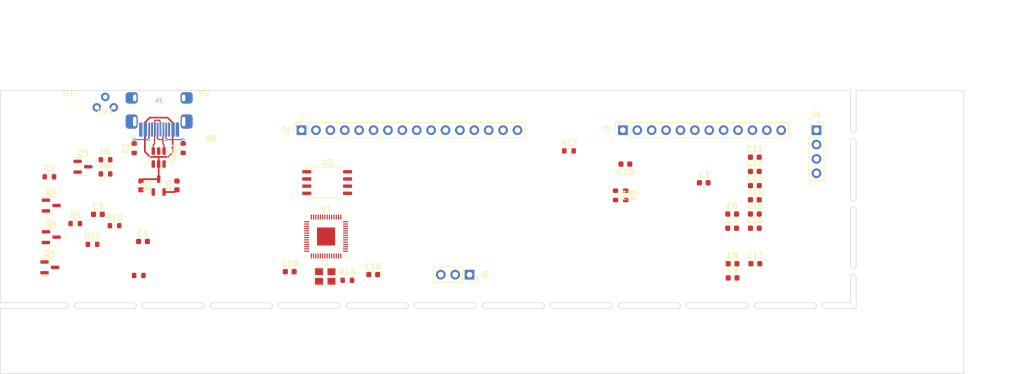
<source format=kicad_pcb>
(kicad_pcb (version 20221018) (generator pcbnew)
  (layers (0 "F.Cu" signal) (31 "B.Cu" signal) (34 "B.Paste" user) (35 "F.Paste" user) (36 "B.SilkS" user "B.Silkscreen") (37 "F.SilkS" user "F.Silkscreen") (38 "B.Mask" user) (39 "F.Mask" user) (44 "Edge.Cuts" user))
  (net 0 "")
  (net 1 "GND")
  (net 2 "VBUS")
  (net 3 "+1V1")
  (net 4 "Net-(U1-XIN)")
  (net 5 "Net-(C19-Pad2)")
  (net 6 "/SCROLL_LOCK")
  (net 7 "/CAPS_LOCK")
  (net 8 "/NUM_LOCK")
  (net 9 "/ROW1")
  (net 10 "/ROW2")
  (net 11 "/ROW3")
  (net 12 "/ROW4")
  (net 13 "/ROW5")
  (net 14 "/ROW6")
  (net 15 "/ROW7")
  (net 16 "/ROW8")
  (net 17 "/COL1")
  (net 18 "/COL2")
  (net 19 "/COL3")
  (net 20 "/COL4")
  (net 21 "/COL5")
  (net 22 "/COL6")
  (net 23 "/COL7")
  (net 24 "/COL8")
  (net 25 "Net-(J4-CC1)")
  (net 26 "/USB_D+")
  (net 27 "/USB_D-")
  (net 28 "Net-(Q1-G)")
  (net 29 "Net-(J4-CC2)")
  (net 30 "Net-(Q4-D)")
  (net 31 "/SWDIO")
  (net 32 "/SWCLK")
  (net 33 "/RESET")
  (net 34 "/RUN")
  (net 35 "Net-(Q5-G)")
  (net 36 "/BOOT")
  (net 37 "Net-(U1-USB_DP)")
  (net 38 "Net-(U1-USB_DM)")
  (net 39 "+3V3")
  (net 40 "Net-(R10-Pad1)")
  (net 41 "/QSPI_SS")
  (net 42 "Net-(U1-XOUT)")
  (net 43 "/COL9")
  (net 44 "/COL10")
  (net 45 "/COL11")
  (net 46 "/COL12")
  (net 47 "/COL13")
  (net 48 "/COL14")
  (net 49 "/COL15")
  (net 50 "/COL16")
  (net 54 "/QSPI_SD3")
  (net 55 "/QSPI_SCLK")
  (net 56 "/QSPI_SD0")
  (net 57 "/QSPI_SD2")
  (net 58 "/QSPI_SD1")
  (footprint "Resistor_SMD:R_0603_1608Metric" (layer "F.Cu") (at 141.224 49.022 -90)
    (fp_text reference "R3" (at 0 -1.43 90) (layer "F.SilkS"))
    (fp_text value "27")
    (pad "1" smd roundrect (at -0.825 0 270) (size 0.8 0.95) (layers "F.Cu" "F.Paste" "F.Mask") (net 26 "/USB_D+"))
    (pad "2" smd roundrect (at 0.825 0 270) (size 0.8 0.95) (layers "F.Cu" "F.Paste" "F.Mask") (net 37 "Net-(U1-USB_DP)"))
  )
  (footprint "Capacitor_SMD:C_0603_1608Metric" (layer "F.Cu") (at 164.025 54.83)
    (fp_text reference "C16" (at 0 -1.43) (layer "F.SilkS"))
    (fp_text value "100n")
    (pad "1" smd roundrect (at -0.775 0) (size 0.9 0.95) (layers "F.Cu" "F.Paste" "F.Mask") (net 3 "+1V1"))
    (pad "2" smd roundrect (at 0.775 0) (size 0.9 0.95) (layers "F.Cu" "F.Paste" "F.Mask") (net 1 "GND"))
  )
  (footprint "Package_SO:SOIC-8_5.23x5.23mm_P1.27mm" (layer "F.Cu") (at 88.558 46.756)
    (fp_text reference "U3" (at 0 -3.56) (layer "F.SilkS"))
    (fp_text value "W25Q128JVS")
    (pad "1" smd roundrect (at -3.6 -1.905) (size 1.6 0.6) (layers "F.Cu" "F.Paste" "F.Mask") (net 41 "/QSPI_SS"))
    (pad "2" smd roundrect (at -3.6 -0.635) (size 1.6 0.6) (layers "F.Cu" "F.Paste" "F.Mask") (net 58 "/QSPI_SD1"))
    (pad "3" smd roundrect (at -3.6 0.635) (size 1.6 0.6) (layers "F.Cu" "F.Paste" "F.Mask") (net 57 "/QSPI_SD2"))
    (pad "4" smd roundrect (at -3.6 1.905) (size 1.6 0.6) (layers "F.Cu" "F.Paste" "F.Mask") (net 1 "GND"))
    (pad "5" smd roundrect (at 3.6 1.905) (size 1.6 0.6) (layers "F.Cu" "F.Paste" "F.Mask") (net 56 "/QSPI_SD0"))
    (pad "6" smd roundrect (at 3.6 0.635) (size 1.6 0.6) (layers "F.Cu" "F.Paste" "F.Mask") (net 55 "/QSPI_SCLK"))
    (pad "7" smd roundrect (at 3.6 -0.635) (size 1.6 0.6) (layers "F.Cu" "F.Paste" "F.Mask") (net 54 "/QSPI_SD3"))
    (pad "8" smd roundrect (at 3.6 -1.905) (size 1.6 0.6) (layers "F.Cu" "F.Paste" "F.Mask") (net 39 "+3V3"))
  )
  (footprint "MountingHole:MountingHole_3.5mm" (layer "F.Cu") (at 42.9 35.5)
    (fp_text reference "H1" (at 0 -4.5) (layer "F.SilkS"))
    (fp_text value "MountingHole")
    (pad "" np_thru_hole circle locked (at 0 0) (size 3.5 3.5) (drill 3.5) (layers "*.Cu" "*.Mask"))
  )
  (footprint "Prettylib:TC-1109DE-X-X" (layer "F.Cu") (at 49.4 31.625)
    (fp_text reference "SW1" (at 0 2.55 unlocked) (layer "F.SilkS"))
    (fp_text value "SWITCH")
    (pad "1" thru_hole circle (at 1.5 1.85 180) (size 1.5 1.5) (drill 0.8) (layers "*.Cu" "*.Mask") (net 1 "GND"))
    (pad "2" thru_hole circle (at -1.5 1.85 180) (size 1.5 1.5) (drill 0.8) (layers "*.Cu" "*.Mask") (net 33 "/RESET"))
    (pad "3" thru_hole circle (at 0 0 180) (size 1.5 1.5) (drill 0.8) (layers "*.Cu" "*.Mask"))
  )
  (footprint "Capacitor_SMD:C_0603_1608Metric" (layer "F.Cu") (at 160.1 61.1)
    (fp_text reference "C8" (at 0 -1.43) (layer "F.SilkS"))
    (fp_text value "100n")
    (pad "1" smd roundrect (at -0.775 0) (size 0.9 0.95) (layers "F.Cu" "F.Paste" "F.Mask") (net 39 "+3V3"))
    (pad "2" smd roundrect (at 0.775 0) (size 0.9 0.95) (layers "F.Cu" "F.Paste" "F.Mask") (net 1 "GND"))
  )
  (footprint "Connector_PinSocket_2.54mm:PinSocket_1x12_P2.54mm_Vertical" (layer "F.Cu") (at 140.74 37.5 90)
    (fp_text reference "J3" (at 0 -2.77 90) (layer "F.SilkS"))
    (fp_text value "Columns")
    (pad "1" thru_hole rect (at 0 0 90) (size 1.7 1.7) (drill 1) (layers "*.Cu" "*.Mask") (net 17 "/COL1"))
    (pad "2" thru_hole oval (at 0 2.54 90) (size 1.7 1.7) (drill 1) (layers "*.Cu" "*.Mask") (net 18 "/COL2"))
    (pad "3" thru_hole oval (at 0 5.08 90) (size 1.7 1.7) (drill 1) (layers "*.Cu" "*.Mask") (net 19 "/COL3"))
    (pad "4" thru_hole oval (at 0 7.62 90) (size 1.7 1.7) (drill 1) (layers "*.Cu" "*.Mask") (net 20 "/COL4"))
    (pad "5" thru_hole oval (at 0 10.16 90) (size 1.7 1.7) (drill 1) (layers "*.Cu" "*.Mask") (net 21 "/COL5"))
    (pad "6" thru_hole oval (at 0 12.7 90) (size 1.7 1.7) (drill 1) (layers "*.Cu" "*.Mask") (net 22 "/COL6"))
    (pad "7" thru_hole oval (at 0 15.24 90) (size 1.7 1.7) (drill 1) (layers "*.Cu" "*.Mask") (net 23 "/COL7"))
    (pad "8" thru_hole oval (at 0 17.78 90) (size 1.7 1.7) (drill 1) (layers "*.Cu" "*.Mask") (net 24 "/COL8"))
    (pad "9" thru_hole oval (at 0 20.32 90) (size 1.7 1.7) (drill 1) (layers "*.Cu" "*.Mask") (net 43 "/COL9"))
    (pad "10" thru_hole oval (at 0 22.86 90) (size 1.7 1.7) (drill 1) (layers "*.Cu" "*.Mask") (net 44 "/COL10"))
    (pad "11" thru_hole oval (at 0 25.4 90) (size 1.7 1.7) (drill 1) (layers "*.Cu" "*.Mask") (net 45 "/COL11"))
    (pad "12" thru_hole oval (at 0 27.94 90) (size 1.7 1.7) (drill 1) (layers "*.Cu" "*.Mask") (net 46 "/COL12"))
  )
  (footprint "Package_TO_SOT_SMD:SOT-23" (layer "F.Cu") (at 39.6145 61.742)
    (fp_text reference "Q5" (at 0 -2.4) (layer "F.SilkS"))
    (fp_text value "2N7002")
    (pad "1" smd roundrect (at -0.9375 -0.95) (size 1.475 0.6) (layers "F.Cu" "F.Paste" "F.Mask") (net 35 "Net-(Q5-G)"))
    (pad "2" smd roundrect (at -0.9375 0.95) (size 1.475 0.6) (layers "F.Cu" "F.Paste" "F.Mask") (net 1 "GND"))
    (pad "3" smd roundrect (at 0.9375 0) (size 1.475 0.6) (layers "F.Cu" "F.Paste" "F.Mask") (net 36 "/BOOT"))
  )
  (footprint "Capacitor_SMD:C_0603_1608Metric" (layer "F.Cu") (at 164.025 47.3)
    (fp_text reference "C13" (at 0 -1.43) (layer "F.SilkS"))
    (fp_text value "100n")
    (pad "1" smd roundrect (at -0.775 0) (size 0.9 0.95) (layers "F.Cu" "F.Paste" "F.Mask") (net 39 "+3V3"))
    (pad "2" smd roundrect (at 0.775 0) (size 0.9 0.95) (layers "F.Cu" "F.Paste" "F.Mask") (net 1 "GND"))
  )
  (footprint "Resistor_SMD:R_0603_1608Metric" (layer "F.Cu") (at 39.536 45.74)
    (fp_text reference "R7" (at 0 -1.43) (layer "F.SilkS"))
    (fp_text value "10k")
    (pad "1" smd roundrect (at -0.825 0) (size 0.8 0.95) (layers "F.Cu" "F.Paste" "F.Mask") (net 39 "+3V3"))
    (pad "2" smd roundrect (at 0.825 0) (size 0.8 0.95) (layers "F.Cu" "F.Paste" "F.Mask") (net 34 "/RUN"))
  )
  (footprint "Capacitor_SMD:C_0603_1608Metric" (layer "F.Cu") (at 62.046101 47.268 90)
    (fp_text reference "C5" (at 0 -1.43 90) (layer "F.SilkS"))
    (fp_text value "10u")
    (pad "1" smd roundrect (at -0.775 0 90) (size 0.9 0.95) (layers "F.Cu" "F.Paste" "F.Mask") (net 39 "+3V3"))
    (pad "2" smd roundrect (at 0.775 0 90) (size 0.9 0.95) (layers "F.Cu" "F.Paste" "F.Mask") (net 1 "GND"))
  )
  (footprint "Package_TO_SOT_SMD:SOT-23" (layer "F.Cu") (at 45.4565 43.962)
    (fp_text reference "Q3" (at 0 -2.4) (layer "F.SilkS"))
    (fp_text value "2N7002")
    (pad "1" smd roundrect (at -0.9375 -0.95) (size 1.475 0.6) (layers "F.Cu" "F.Paste" "F.Mask") (net 33 "/RESET"))
    (pad "2" smd roundrect (at -0.9375 0.95) (size 1.475 0.6) (layers "F.Cu" "F.Paste" "F.Mask") (net 1 "GND"))
    (pad "3" smd roundrect (at 0.9375 0) (size 1.475 0.6) (layers "F.Cu" "F.Paste" "F.Mask") (net 28 "Net-(Q1-G)"))
  )
  (footprint "Capacitor_SMD:C_0603_1608Metric" (layer "F.Cu") (at 56.059 57.17)
    (fp_text reference "C1" (at 0 -1.43) (layer "F.SilkS"))
    (fp_text value "4u7")
    (pad "1" smd roundrect (at -0.775 0) (size 0.9 0.95) (layers "F.Cu" "F.Paste" "F.Mask") (net 35 "Net-(Q5-G)"))
    (pad "2" smd roundrect (at 0.775 0) (size 0.9 0.95) (layers "F.Cu" "F.Paste" "F.Mask") (net 1 "GND"))
  )
  (footprint "Resistor_SMD:R_0603_1608Metric" (layer "F.Cu") (at 92.114 64.028)
    (fp_text reference "R13" (at 0 -1.43) (layer "F.SilkS"))
    (fp_text value "1k")
    (pad "1" smd roundrect (at -0.825 0) (size 0.8 0.95) (layers "F.Cu" "F.Paste" "F.Mask") (net 5 "Net-(C19-Pad2)"))
    (pad "2" smd roundrect (at 0.825 0) (size 0.8 0.95) (layers "F.Cu" "F.Paste" "F.Mask") (net 42 "Net-(U1-XOUT)"))
  )
  (footprint "Package_DFN_QFN:QFN-56-1EP_7x7mm_P0.4mm_EP3.2x3.2mm" (layer "F.Cu") (at 88.358 56.2895)
    (fp_text reference "U1" (at 0 -4.82) (layer "F.SilkS"))
    (fp_text value "RP2040")
    (pad "1" smd roundrect (at -3.4375 -2.6) (size 0.875 0.2) (layers "F.Cu" "F.Paste" "F.Mask") (net 39 "+3V3"))
    (pad "2" smd roundrect (at -3.4375 -2.2) (size 0.875 0.2) (layers "F.Cu" "F.Paste" "F.Mask") (net 9 "/ROW1"))
    (pad "3" smd roundrect (at -3.4375 -1.8) (size 0.875 0.2) (layers "F.Cu" "F.Paste" "F.Mask") (net 10 "/ROW2"))
    (pad "4" smd roundrect (at -3.4375 -1.4) (size 0.875 0.2) (layers "F.Cu" "F.Paste" "F.Mask") (net 11 "/ROW3"))
    (pad "5" smd roundrect (at -3.4375 -1) (size 0.875 0.2) (layers "F.Cu" "F.Paste" "F.Mask") (net 12 "/ROW4"))
    (pad "6" smd roundrect (at -3.4375 -0.6) (size 0.875 0.2) (layers "F.Cu" "F.Paste" "F.Mask") (net 13 "/ROW5"))
    (pad "7" smd roundrect (at -3.4375 -0.2) (size 0.875 0.2) (layers "F.Cu" "F.Paste" "F.Mask") (net 14 "/ROW6"))
    (pad "8" smd roundrect (at -3.4375 0.2) (size 0.875 0.2) (layers "F.Cu" "F.Paste" "F.Mask") (net 15 "/ROW7"))
    (pad "9" smd roundrect (at -3.4375 0.6) (size 0.875 0.2) (layers "F.Cu" "F.Paste" "F.Mask") (net 16 "/ROW8"))
    (pad "10" smd roundrect (at -3.4375 1) (size 0.875 0.2) (layers "F.Cu" "F.Paste" "F.Mask") (net 39 "+3V3"))
    (pad "11" smd roundrect (at -3.4375 1.4) (size 0.875 0.2) (layers "F.Cu" "F.Paste" "F.Mask") (net 17 "/COL1"))
    (pad "12" smd roundrect (at -3.4375 1.8) (size 0.875 0.2) (layers "F.Cu" "F.Paste" "F.Mask") (net 18 "/COL2"))
    (pad "13" smd roundrect (at -3.4375 2.2) (size 0.875 0.2) (layers "F.Cu" "F.Paste" "F.Mask") (net 19 "/COL3"))
    (pad "14" smd roundrect (at -3.4375 2.6) (size 0.875 0.2) (layers "F.Cu" "F.Paste" "F.Mask") (net 20 "/COL4"))
    (pad "15" smd roundrect (at -2.6 3.4375) (size 0.2 0.875) (layers "F.Cu" "F.Paste" "F.Mask") (net 21 "/COL5"))
    (pad "16" smd roundrect (at -2.2 3.4375) (size 0.2 0.875) (layers "F.Cu" "F.Paste" "F.Mask") (net 22 "/COL6"))
    (pad "17" smd roundrect (at -1.8 3.4375) (size 0.2 0.875) (layers "F.Cu" "F.Paste" "F.Mask") (net 23 "/COL7"))
    (pad "18" smd roundrect (at -1.4 3.4375) (size 0.2 0.875) (layers "F.Cu" "F.Paste" "F.Mask") (net 24 "/COL8"))
    (pad "19" smd roundrect (at -1 3.4375) (size 0.2 0.875) (layers "F.Cu" "F.Paste" "F.Mask") (net 1 "GND"))
    (pad "20" smd roundrect (at -0.6 3.4375) (size 0.2 0.875) (layers "F.Cu" "F.Paste" "F.Mask") (net 4 "Net-(U1-XIN)"))
    (pad "21" smd roundrect (at -0.2 3.4375) (size 0.2 0.875) (layers "F.Cu" "F.Paste" "F.Mask") (net 42 "Net-(U1-XOUT)"))
    (pad "22" smd roundrect (at 0.2 3.4375) (size 0.2 0.875) (layers "F.Cu" "F.Paste" "F.Mask") (net 39 "+3V3"))
    (pad "23" smd roundrect (at 0.6 3.4375) (size 0.2 0.875) (layers "F.Cu" "F.Paste" "F.Mask") (net 3 "+1V1"))
    (pad "24" smd roundrect (at 1 3.4375) (size 0.2 0.875) (layers "F.Cu" "F.Paste" "F.Mask") (net 32 "/SWCLK"))
    (pad "25" smd roundrect (at 1.4 3.4375) (size 0.2 0.875) (layers "F.Cu" "F.Paste" "F.Mask") (net 31 "/SWDIO"))
    (pad "26" smd roundrect (at 1.8 3.4375) (size 0.2 0.875) (layers "F.Cu" "F.Paste" "F.Mask") (net 34 "/RUN"))
    (pad "27" smd roundrect (at 2.2 3.4375) (size 0.2 0.875) (layers "F.Cu" "F.Paste" "F.Mask") (net 43 "/COL9"))
    (pad "28" smd roundrect (at 2.6 3.4375) (size 0.2 0.875) (layers "F.Cu" "F.Paste" "F.Mask") (net 44 "/COL10"))
    (pad "29" smd roundrect (at 3.4375 2.6) (size 0.875 0.2) (layers "F.Cu" "F.Paste" "F.Mask") (net 45 "/COL11"))
    (pad "30" smd roundrect (at 3.4375 2.2) (size 0.875 0.2) (layers "F.Cu" "F.Paste" "F.Mask") (net 46 "/COL12"))
    (pad "31" smd roundrect (at 3.4375 1.8) (size 0.875 0.2) (layers "F.Cu" "F.Paste" "F.Mask") (net 47 "/COL13"))
    (pad "32" smd roundrect (at 3.4375 1.4) (size 0.875 0.2) (layers "F.Cu" "F.Paste" "F.Mask") (net 48 "/COL14"))
    (pad "33" smd roundrect (at 3.4375 1) (size 0.875 0.2) (layers "F.Cu" "F.Paste" "F.Mask") (net 39 "+3V3"))
    (pad "34" smd roundrect (at 3.4375 0.6) (size 0.875 0.2) (layers "F.Cu" "F.Paste" "F.Mask") (net 49 "/COL15"))
    (pad "35" smd roundrect (at 3.4375 0.2) (size 0.875 0.2) (layers "F.Cu" "F.Paste" "F.Mask") (net 50 "/COL16"))
    (pad "36" smd roundrect (at 3.4375 -0.2) (size 0.875 0.2) (layers "F.Cu" "F.Paste" "F.Mask") (net 6 "/SCROLL_LOCK"))
    (pad "37" smd roundrect (at 3.4375 -0.6) (size 0.875 0.2) (layers "F.Cu" "F.Paste" "F.Mask") (net 7 "/CAPS_LOCK"))
    (pad "38" smd roundrect (at 3.4375 -1) (size 0.875 0.2) (layers "F.Cu" "F.Paste" "F.Mask") (net 8 "/NUM_LOCK"))
    (pad "39" smd roundrect (at 3.4375 -1.4) (size 0.875 0.2) (layers "F.Cu" "F.Paste" "F.Mask"))
    (pad "40" smd roundrect (at 3.4375 -1.8) (size 0.875 0.2) (layers "F.Cu" "F.Paste" "F.Mask"))
    (pad "41" smd roundrect (at 3.4375 -2.2) (size 0.875 0.2) (layers "F.Cu" "F.Paste" "F.Mask"))
    (pad "42" smd roundrect (at 3.4375 -2.6) (size 0.875 0.2) (layers "F.Cu" "F.Paste" "F.Mask") (net 39 "+3V3"))
    (pad "43" smd roundrect (at 2.6 -3.4375) (size 0.2 0.875) (layers "F.Cu" "F.Paste" "F.Mask") (net 39 "+3V3"))
    (pad "44" smd roundrect (at 2.2 -3.4375) (size 0.2 0.875) (layers "F.Cu" "F.Paste" "F.Mask") (net 39 "+3V3"))
    (pad "45" smd roundrect (at 1.8 -3.4375) (size 0.2 0.875) (layers "F.Cu" "F.Paste" "F.Mask") (net 3 "+1V1"))
    (pad "46" smd roundrect (at 1.4 -3.4375) (size 0.2 0.875) (layers "F.Cu" "F.Paste" "F.Mask") (net 38 "Net-(U1-USB_DM)"))
    (pad "47" smd roundrect (at 1 -3.4375) (size 0.2 0.875) (layers "F.Cu" "F.Paste" "F.Mask") (net 37 "Net-(U1-USB_DP)"))
    (pad "48" smd roundrect (at 0.6 -3.4375) (size 0.2 0.875) (layers "F.Cu" "F.Paste" "F.Mask") (net 39 "+3V3"))
    (pad "49" smd roundrect (at 0.2 -3.4375) (size 0.2 0.875) (layers "F.Cu" "F.Paste" "F.Mask") (net 39 "+3V3"))
    (pad "50" smd roundrect (at -0.2 -3.4375) (size 0.2 0.875) (layers "F.Cu" "F.Paste" "F.Mask") (net 3 "+1V1"))
    (pad "51" smd roundrect (at -0.6 -3.4375) (size 0.2 0.875) (layers "F.Cu" "F.Paste" "F.Mask") (net 54 "/QSPI_SD3"))
    (pad "52" smd roundrect (at -1 -3.4375) (size 0.2 0.875) (layers "F.Cu" "F.Paste" "F.Mask") (net 55 "/QSPI_SCLK"))
    (pad "53" smd roundrect (at -1.4 -3.4375) (size 0.2 0.875) (layers "F.Cu" "F.Paste" "F.Mask") (net 56 "/QSPI_SD0"))
    (pad "54" smd roundrect (at -1.8 -3.4375) (size 0.2 0.875) (layers "F.Cu" "F.Paste" "F.Mask") (net 57 "/QSPI_SD2"))
    (pad "55" smd roundrect (at -2.2 -3.4375) (size 0.2 0.875) (layers "F.Cu" "F.Paste" "F.Mask") (net 58 "/QSPI_SD1"))
    (pad "56" smd roundrect (at -2.6 -3.4375) (size 0.2 0.875) (layers "F.Cu" "F.Paste" "F.Mask") (net 41 "/QSPI_SS"))
    (pad "57" smd rect (at 0 0) (size 3.2 3.2) (layers "F.Cu" "F.Mask") (net 1 "GND"))
  )
  (footprint "Capacitor_SMD:C_0603_1608Metric" (layer "F.Cu") (at 55.696101 47.268 -90)
    (fp_text reference "C4" (at 0 -1.43 90) (layer "F.SilkS"))
    (fp_text value "10u")
    (pad "1" smd roundrect (at -0.775 0 270) (size 0.9 0.95) (layers "F.Cu" "F.Paste" "F.Mask") (net 2 "VBUS"))
    (pad "2" smd roundrect (at 0.775 0 270) (size 0.9 0.95) (layers "F.Cu" "F.Paste" "F.Mask") (net 1 "GND"))
  )
  (footprint "Capacitor_SMD:C_0603_1608Metric" (layer "F.Cu") (at 48.0995 52.376)
    (fp_text reference "C2" (at 0 -1.43) (layer "F.SilkS"))
    (fp_text value "10u")
    (pad "1" smd roundrect (at -0.775 0) (size 0.9 0.95) (layers "F.Cu" "F.Paste" "F.Mask") (net 35 "Net-(Q5-G)"))
    (pad "2" smd roundrect (at 0.775 0) (size 0.9 0.95) (layers "F.Cu" "F.Paste" "F.Mask") (net 1 "GND"))
  )
  (footprint "Capacitor_SMD:C_0603_1608Metric" (layer "F.Cu") (at 164.025 52.32)
    (fp_text reference "C15" (at 0 -1.43) (layer "F.SilkS"))
    (fp_text value "100n")
    (pad "1" smd roundrect (at -0.775 0) (size 0.9 0.95) (layers "F.Cu" "F.Paste" "F.Mask") (net 3 "+1V1"))
    (pad "2" smd roundrect (at 0.775 0) (size 0.9 0.95) (layers "F.Cu" "F.Paste" "F.Mask") (net 1 "GND"))
  )
  (footprint "Capacitor_SMD:C_0603_1608Metric" (layer "F.Cu") (at 155.015 46.8)
    (fp_text reference "C3" (at 0 -1.43) (layer "F.SilkS"))
    (fp_text value "100n")
    (pad "1" smd roundrect (at -0.775 0) (size 0.9 0.95) (layers "F.Cu" "F.Paste" "F.Mask") (net 39 "+3V3"))
    (pad "2" smd roundrect (at 0.775 0) (size 0.9 0.95) (layers "F.Cu" "F.Paste" "F.Mask") (net 1 "GND"))
  )
  (footprint "Package_TO_SOT_SMD:SOT-23" (layer "F.Cu") (at 39.8685 56.408)
    (fp_text reference "Q4" (at 0 -2.4) (layer "F.SilkS"))
    (fp_text value "2N7002")
    (pad "1" smd roundrect (at -0.9375 -0.95) (size 1.475 0.6) (layers "F.Cu" "F.Paste" "F.Mask") (net 28 "Net-(Q1-G)"))
    (pad "2" smd roundrect (at -0.9375 0.95) (size 1.475 0.6) (layers "F.Cu" "F.Paste" "F.Mask") (net 28 "Net-(Q1-G)"))
    (pad "3" smd roundrect (at 0.9375 0) (size 1.475 0.6) (layers "F.Cu" "F.Paste" "F.Mask") (net 30 "Net-(Q4-D)"))
  )
  (footprint "Connector_PinSocket_2.54mm:PinSocket_1x16_P2.54mm_Vertical" (layer "F.Cu") (at 84.04 37.5 90)
    (fp_text reference "J2" (at 0 -2.77 90) (layer "F.SilkS"))
    (fp_text value "Rows")
    (pad "1" thru_hole rect (at 0 0 90) (size 1.7 1.7) (drill 1) (layers "*.Cu" "*.Mask") (net 9 "/ROW1"))
    (pad "2" thru_hole oval (at 0 2.54 90) (size 1.7 1.7) (drill 1) (layers "*.Cu" "*.Mask") (net 10 "/ROW2"))
    (pad "3" thru_hole oval (at 0 5.08 90) (size 1.7 1.7) (drill 1) (layers "*.Cu" "*.Mask") (net 11 "/ROW3"))
    (pad "4" thru_hole oval (at 0 7.62 90) (size 1.7 1.7) (drill 1) (layers "*.Cu" "*.Mask") (net 12 "/ROW4"))
    (pad "5" thru_hole oval (at 0 10.16 90) (size 1.7 1.7) (drill 1) (layers "*.Cu" "*.Mask") (net 13 "/ROW5"))
    (pad "6" thru_hole oval (at 0 12.7 90) (size 1.7 1.7) (drill 1) (layers "*.Cu" "*.Mask") (net 14 "/ROW6"))
    (pad "7" thru_hole oval (at 0 15.24 90) (size 1.7 1.7) (drill 1) (layers "*.Cu" "*.Mask") (net 15 "/ROW7"))
    (pad "8" thru_hole oval (at 0 17.78 90) (size 1.7 1.7) (drill 1) (layers "*.Cu" "*.Mask") (net 16 "/ROW8"))
    (pad "9" thru_hole oval (at 0 20.32 90) (size 1.7 1.7) (drill 1) (layers "*.Cu" "*.Mask"))
    (pad "10" thru_hole oval (at 0 22.86 90) (size 1.7 1.7) (drill 1) (layers "*.Cu" "*.Mask"))
    (pad "11" thru_hole oval (at 0 25.4 90) (size 1.7 1.7) (drill 1) (layers "*.Cu" "*.Mask"))
    (pad "12" thru_hole oval (at 0 27.94 90) (size 1.7 1.7) (drill 1) (layers "*.Cu" "*.Mask"))
    (pad "13" thru_hole oval (at 0 30.48 90) (size 1.7 1.7) (drill 1) (layers "*.Cu" "*.Mask"))
    (pad "14" thru_hole oval (at 0 33.02 90) (size 1.7 1.7) (drill 1) (layers "*.Cu" "*.Mask"))
    (pad "15" thru_hole oval (at 0 35.56 90) (size 1.7 1.7) (drill 1) (layers "*.Cu" "*.Mask"))
    (pad "16" thru_hole oval (at 0 38.1 90) (size 1.7 1.7) (drill 1) (layers "*.Cu" "*.Mask"))
  )
  (footprint "Resistor_SMD:R_0603_1608Metric" (layer "F.Cu") (at 49.442 45.232)
    (fp_text reference "R6" (at 0 -1.43) (layer "F.SilkS"))
    (fp_text value "10k")
    (pad "1" smd roundrect (at -0.825 0) (size 0.8 0.95) (layers "F.Cu" "F.Paste" "F.Mask") (net 39 "+3V3"))
    (pad "2" smd roundrect (at 0.825 0) (size 0.8 0.95) (layers "F.Cu" "F.Paste" "F.Mask") (net 28 "Net-(Q1-G)"))
  )
  (footprint "Resistor_SMD:R_0603_1608Metric" (layer "F.Cu") (at 131.23 41.168)
    (fp_text reference "R12" (at 0 -1.43) (layer "F.SilkS"))
    (fp_text value "10k")
    (pad "1" smd roundrect (at -0.825 0) (size 0.8 0.95) (layers "F.Cu" "F.Paste" "F.Mask") (net 39 "+3V3"))
    (pad "2" smd roundrect (at 0.825 0) (size 0.8 0.95) (layers "F.Cu" "F.Paste" "F.Mask") (net 41 "/QSPI_SS"))
  )
  (footprint "Capacitor_SMD:C_0603_1608Metric" (layer "F.Cu") (at 164.11 61.1)
    (fp_text reference "C17" (at 0 -1.43) (layer "F.SilkS"))
    (fp_text value "1u")
    (pad "1" smd roundrect (at -0.775 0) (size 0.9 0.95) (layers "F.Cu" "F.Paste" "F.Mask") (net 3 "+1V1"))
    (pad "2" smd roundrect (at 0.775 0) (size 0.9 0.95) (layers "F.Cu" "F.Paste" "F.Mask") (net 1 "GND"))
  )
  (footprint "Connector_PinSocket_2.54mm:PinSocket_1x04_P2.54mm_Vertical" (layer "F.Cu") (at 174.9 37.5)
    (fp_text reference "J1" (at 0 -2.77) (layer "F.SilkS"))
    (fp_text value "Leds")
    (pad "1" thru_hole rect (at 0 0) (size 1.7 1.7) (drill 1) (layers "*.Cu" "*.Mask") (net 6 "/SCROLL_LOCK"))
    (pad "2" thru_hole oval (at 0 2.54) (size 1.7 1.7) (drill 1) (layers "*.Cu" "*.Mask") (net 7 "/CAPS_LOCK"))
    (pad "3" thru_hole oval (at 0 5.08) (size 1.7 1.7) (drill 1) (layers "*.Cu" "*.Mask") (net 39 "+3V3"))
    (pad "4" thru_hole oval (at 0 7.62) (size 1.7 1.7) (drill 1) (layers "*.Cu" "*.Mask") (net 8 "/NUM_LOCK"))
  )
  (footprint "Resistor_SMD:R_0603_1608Metric" (layer "F.Cu") (at 55.317 63.176)
    (fp_text reference "R8" (at 12.7245 -24.17) (layer "F.SilkS"))
    (fp_text value "51K")
    (pad "1" smd roundrect (at -0.825 0) (size 0.8 0.95) (layers "F.Cu" "F.Paste" "F.Mask") (net 30 "Net-(Q4-D)"))
    (pad "2" smd roundrect (at 0.825 0) (size 0.8 0.95) (layers "F.Cu" "F.Paste" "F.Mask") (net 35 "Net-(Q5-G)"))
  )
  (footprint "Package_TO_SOT_SMD:SOT-23-3" (layer "F.Cu") (at 58.823101 47.296 90)
    (fp_text reference "U4" (at 0 -2.4 90) (layer "F.SilkS"))
    (fp_text value "XC6206P332MR")
    (pad "1" smd roundrect (at -1.1375 -0.95 90) (size 1.325 0.6) (layers "F.Cu" "F.Paste" "F.Mask") (net 1 "GND"))
    (pad "2" smd roundrect (at -1.1375 0.95 90) (size 1.325 0.6) (layers "F.Cu" "F.Paste" "F.Mask") (net 39 "+3V3"))
    (pad "3" smd roundrect (at 1.1375 0 90) (size 1.325 0.6) (layers "F.Cu" "F.Paste" "F.Mask") (net 2 "VBUS"))
  )
  (footprint "MountingHole:MountingHole_3.5mm" (layer "F.Cu") (at 66.9 35.5)
    (fp_text reference "H2" (at 0 -4.5) (layer "F.SilkS"))
    (fp_text value "MountingHole")
    (pad "" np_thru_hole circle locked (at 0 0) (size 3.5 3.5) (drill 3.5) (layers "*.Cu" "*.Mask"))
  )
  (footprint "Package_TO_SOT_SMD:SOT-23-6" (layer "F.Cu") (at 58.823101 42.343 -90)
    (fp_text reference "U2" (at 0 -2.4 90) (layer "F.SilkS"))
    (fp_text value "USBLC6-2SC6")
    (pad "1" smd roundrect (at -1.1375 -0.95 270) (size 1.325 0.6) (layers "F.Cu" "F.Paste" "F.Mask") (net 27 "/USB_D-"))
    (pad "2" smd roundrect (at -1.1375 0 270) (size 1.325 0.6) (layers "F.Cu" "F.Paste" "F.Mask") (net 1 "GND"))
    (pad "3" smd roundrect (at -1.1375 0.95 270) (size 1.325 0.6) (layers "F.Cu" "F.Paste" "F.Mask") (net 26 "/USB_D+"))
    (pad "4" smd roundrect (at 1.1375 0.95 270) (size 1.325 0.6) (layers "F.Cu" "F.Paste" "F.Mask") (net 26 "/USB_D+"))
    (pad "5" smd roundrect (at 1.1375 0 270) (size 1.325 0.6) (layers "F.Cu" "F.Paste" "F.Mask") (net 2 "VBUS"))
    (pad "6" smd roundrect (at 1.1375 -0.95 270) (size 1.325 0.6) (layers "F.Cu" "F.Paste" "F.Mask") (net 27 "/USB_D-"))
  )
  (footprint "Resistor_SMD:R_0603_1608Metric" (layer "F.Cu") (at 47.156 57.678)
    (fp_text reference "R11" (at 0 -1.43) (layer "F.SilkS"))
    (fp_text value "1k")
    (pad "1" smd roundrect (at -0.825 0) (size 0.8 0.95) (layers "F.Cu" "F.Paste" "F.Mask") (net 41 "/QSPI_SS"))
    (pad "2" smd roundrect (at 0.825 0) (size 0.8 0.95) (layers "F.Cu" "F.Paste" "F.Mask") (net 36 "/BOOT"))
  )
  (footprint "Capacitor_SMD:C_0603_1608Metric" (layer "F.Cu") (at 160.015 54.83)
    (fp_text reference "C7" (at 0 -1.43) (layer "F.SilkS"))
    (fp_text value "100n")
    (pad "1" smd roundrect (at -0.775 0) (size 0.9 0.95) (layers "F.Cu" "F.Paste" "F.Mask") (net 39 "+3V3"))
    (pad "2" smd roundrect (at 0.775 0) (size 0.9 0.95) (layers "F.Cu" "F.Paste" "F.Mask") (net 1 "GND"))
  )
  (footprint "Capacitor_SMD:C_0603_1608Metric" (layer "F.Cu") (at 164.025 49.81)
    (fp_text reference "C14" (at 0 -1.43) (layer "F.SilkS"))
    (fp_text value "1u")
    (pad "1" smd roundrect (at -0.775 0) (size 0.9 0.95) (layers "F.Cu" "F.Paste" "F.Mask") (net 39 "+3V3"))
    (pad "2" smd roundrect (at 0.775 0) (size 0.9 0.95) (layers "F.Cu" "F.Paste" "F.Mask") (net 1 "GND"))
  )
  (footprint "Capacitor_SMD:C_0603_1608Metric" (layer "F.Cu") (at 160.015 52.32)
    (fp_text reference "C6" (at 0 -1.43) (layer "F.SilkS"))
    (fp_text value "100n")
    (pad "1" smd roundrect (at -0.775 0) (size 0.9 0.95) (layers "F.Cu" "F.Paste" "F.Mask") (net 39 "+3V3"))
    (pad "2" smd roundrect (at 0.775 0) (size 0.9 0.95) (layers "F.Cu" "F.Paste" "F.Mask") (net 1 "GND"))
  )
  (footprint "Resistor_SMD:R_0603_1608Metric" (layer "F.Cu") (at 51.042 54.376)
    (fp_text reference "R10" (at 0 -1.43) (layer "F.SilkS"))
    (fp_text value "51k")
    (pad "1" smd roundrect (at -0.825 0) (size 0.8 0.95) (layers "F.Cu" "F.Paste" "F.Mask") (net 40 "Net-(R10-Pad1)"))
    (pad "2" smd roundrect (at 0.825 0) (size 0.8 0.95) (layers "F.Cu" "F.Paste" "F.Mask") (net 1 "GND"))
  )
  (footprint "Capacitor_SMD:C_0603_1608Metric" (layer "F.Cu") (at 81.954 62.504)
    (fp_text reference "C19" (at 0 -1.43) (layer "F.SilkS"))
    (fp_text value "22p")
    (pad "1" smd roundrect (at -0.775 0) (size 0.9 0.95) (layers "F.Cu" "F.Paste" "F.Mask") (net 1 "GND"))
    (pad "2" smd roundrect (at 0.775 0) (size 0.9 0.95) (layers "F.Cu" "F.Paste" "F.Mask") (net 5 "Net-(C19-Pad2)"))
  )
  (footprint "Package_TO_SOT_SMD:SOT-23" (layer "F.Cu") (at 39.8685 50.82)
    (fp_text reference "Q1" (at 0 -2.4) (layer "F.SilkS"))
    (fp_text value "2N7002")
    (pad "1" smd roundrect (at -0.9375 -0.95) (size 1.475 0.6) (layers "F.Cu" "F.Paste" "F.Mask") (net 28 "Net-(Q1-G)"))
    (pad "2" smd roundrect (at -0.9375 0.95) (size 1.475 0.6) (layers "F.Cu" "F.Paste" "F.Mask") (net 1 "GND"))
    (pad "3" smd roundrect (at 0.9375 0) (size 1.475 0.6) (layers "F.Cu" "F.Paste" "F.Mask") (net 34 "/RUN"))
  )
  (footprint "Resistor_SMD:R_0603_1608Metric" (layer "F.Cu") (at 49.442 42.722)
    (fp_text reference "R5" (at 0 -1.43) (layer "F.SilkS"))
    (fp_text value "10k")
    (pad "1" smd roundrect (at -0.825 0) (size 0.8 0.95) (layers "F.Cu" "F.Paste" "F.Mask") (net 39 "+3V3"))
    (pad "2" smd roundrect (at 0.825 0) (size 0.8 0.95) (layers "F.Cu" "F.Paste" "F.Mask") (net 33 "/RESET"))
  )
  (footprint "Capacitor_SMD:C_0603_1608Metric" (layer "F.Cu") (at 164.025 44.79)
    (fp_text reference "C12" (at 0 -1.43) (layer "F.SilkS"))
    (fp_text value "100n")
    (pad "1" smd roundrect (at -0.775 0) (size 0.9 0.95) (layers "F.Cu" "F.Paste" "F.Mask") (net 39 "+3V3"))
    (pad "2" smd roundrect (at 0.775 0) (size 0.9 0.95) (layers "F.Cu" "F.Paste" "F.Mask") (net 1 "GND"))
  )
  (footprint "Capacitor_SMD:C_0603_1608Metric" (layer "F.Cu") (at 160.1 63.61)
    (fp_text reference "C9" (at 0 -1.43) (layer "F.SilkS"))
    (fp_text value "100n")
    (pad "1" smd roundrect (at -0.775 0) (size 0.9 0.95) (layers "F.Cu" "F.Paste" "F.Mask") (net 39 "+3V3"))
    (pad "2" smd roundrect (at 0.775 0) (size 0.9 0.95) (layers "F.Cu" "F.Paste" "F.Mask") (net 1 "GND"))
  )
  (footprint "Resistor_SMD:R_0603_1608Metric" (layer "F.Cu") (at 139.446 49.022 -90)
    (fp_text reference "R4" (at 0 -1.43 90) (layer "F.SilkS"))
    (fp_text value "27")
    (pad "1" smd roundrect (at -0.825 0 270) (size 0.8 0.95) (layers "F.Cu" "F.Paste" "F.Mask") (net 27 "/USB_D-"))
    (pad "2" smd roundrect (at 0.825 0 270) (size 0.8 0.95) (layers "F.Cu" "F.Paste" "F.Mask") (net 38 "Net-(U1-USB_DM)"))
  )
  (footprint "Resistor_SMD:R_0603_1608Metric" (layer "F.Cu") (at 63.141101 40.692 90)
    (fp_text reference "R1" (at 0 -1.43 90) (layer "F.SilkS"))
    (fp_text value "5.1k")
    (pad "1" smd roundrect (at -0.825 0 90) (size 0.8 0.95) (layers "F.Cu" "F.Paste" "F.Mask") (net 1 "GND"))
    (pad "2" smd roundrect (at 0.825 0 90) (size 0.8 0.95) (layers "F.Cu" "F.Paste" "F.Mask") (net 25 "Net-(J4-CC1)"))
  )
  (footprint "Resistor_SMD:R_0603_1608Metric" (layer "F.Cu") (at 44.0985 54.012)
    (fp_text reference "R9" (at 0 -1.43) (layer "F.SilkS"))
    (fp_text value "51k")
    (pad "1" smd roundrect (at -0.825 0) (size 0.8 0.95) (layers "F.Cu" "F.Paste" "F.Mask") (net 35 "Net-(Q5-G)"))
    (pad "2" smd roundrect (at 0.825 0) (size 0.8 0.95) (layers "F.Cu" "F.Paste" "F.Mask") (net 40 "Net-(R10-Pad1)"))
  )
  (footprint "Capacitor_SMD:C_0603_1608Metric" (layer "F.Cu") (at 164.025 42.28)
    (fp_text reference "C11" (at 0 -1.43) (layer "F.SilkS"))
    (fp_text value "100n")
    (pad "1" smd roundrect (at -0.775 0) (size 0.9 0.95) (layers "F.Cu" "F.Paste" "F.Mask") (net 39 "+3V3"))
    (pad "2" smd roundrect (at 0.775 0) (size 0.9 0.95) (layers "F.Cu" "F.Paste" "F.Mask") (net 1 "GND"))
  )
  (footprint "Crystal:Crystal_SMD_3225-4Pin_3.2x2.5mm" (layer "F.Cu") (at 88.22 63.354)
    (fp_text reference "Y1" (at 0 -2.45) (layer "F.SilkS"))
    (fp_text value "12MHz")
    (pad "1" smd rect (at -1.1 0.85) (size 1.4 1.2) (layers "F.Cu" "F.Paste" "F.Mask") (net 4 "Net-(U1-XIN)"))
    (pad "2" smd rect (at 1.1 0.85) (size 1.4 1.2) (layers "F.Cu" "F.Paste" "F.Mask") (net 1 "GND"))
    (pad "3" smd rect (at 1.1 -0.85) (size 1.4 1.2) (layers "F.Cu" "F.Paste" "F.Mask") (net 5 "Net-(C19-Pad2)"))
    (pad "4" smd rect (at -1.1 -0.85) (size 1.4 1.2) (layers "F.Cu" "F.Paste" "F.Mask") (net 1 "GND"))
  )
  (footprint "Resistor_SMD:R_0603_1608Metric" (layer "F.Cu") (at 54.505101 40.692 90)
    (fp_text reference "R2" (at 0 -1.43 90) (layer "F.SilkS"))
    (fp_text value "5.1k")
    (pad "1" smd roundrect (at -0.825 0 90) (size 0.8 0.95) (layers "F.Cu" "F.Paste" "F.Mask") (net 1 "GND"))
    (pad "2" smd roundrect (at 0.825 0 90) (size 0.8 0.95) (layers "F.Cu" "F.Paste" "F.Mask") (net 29 "Net-(J4-CC2)"))
  )
  (footprint "Capacitor_SMD:C_0603_1608Metric" (layer "F.Cu") (at 96.686 63.012)
    (fp_text reference "C18" (at 0 -1.43) (layer "F.SilkS"))
    (fp_text value "22p")
    (pad "1" smd roundrect (at -0.775 0) (size 0.9 0.95) (layers "F.Cu" "F.Paste" "F.Mask") (net 1 "GND"))
    (pad "2" smd roundrect (at 0.775 0) (size 0.9 0.95) (layers "F.Cu" "F.Paste" "F.Mask") (net 4 "Net-(U1-XIN)"))
  )
  (footprint "Capacitor_SMD:C_0603_1608Metric" (layer "F.Cu") (at 141.175 43.5 180)
    (fp_text reference "C10" (at 0 -1.43) (layer "F.SilkS"))
    (fp_text value "100n")
    (pad "1" smd roundrect (at -0.775 0 180) (size 0.9 0.95) (layers "F.Cu" "F.Paste" "F.Mask") (net 39 "+3V3"))
    (pad "2" smd roundrect (at 0.775 0 180) (size 0.9 0.95) (layers "F.Cu" "F.Paste" "F.Mask") (net 1 "GND"))
  )
  (footprint "Connector_PinSocket_2.54mm:PinSocket_1x03_P2.54mm_Vertical" (layer "F.Cu") (at 113.689 63.037 -90)
    (fp_text reference "J5" (at 0 -2.77 90) (layer "F.SilkS"))
    (fp_text value "SWD")
    (pad "1" thru_hole rect (at 0 0 270) (size 1.7 1.7) (drill 1) (layers "*.Cu" "*.Mask") (net 31 "/SWDIO"))
    (pad "2" thru_hole oval (at 0 2.54 270) (size 1.7 1.7) (drill 1) (layers "*.Cu" "*.Mask") (net 32 "/SWCLK"))
    (pad "3" thru_hole oval (at 0 5.08 270) (size 1.7 1.7) (drill 1) (layers "*.Cu" "*.Mask") (net 1 "GND"))
  )
  (footprint "Prettylib:HRO-TYPE-C-31-M-12-HandSoldering-NoSBU" (layer "B.Cu") (at 58.910101 33.2)
    (fp_text reference "J4" (at 0 -0.94378) (layer "B.SilkS") (effects (font (size 0.8128 0.8128) (thickness 0.1524)) (justify mirror)))
    (fp_text value "USB-C")
    (fp_text user "${REFERENCE}" (at 0 -0.94378) (layer "F.SilkS") (effects (font (size 0.8128 0.8128) (thickness 0.1524))))
    (pad "" np_thru_hole circle (at -2.89 2.25) (size 0.65 0.65) (drill 0.65) (layers "*.Cu" "*.Mask"))
    (pad "" np_thru_hole circle (at 2.89 2.25) (size 0.65 0.65) (drill 0.65) (layers "*.Cu" "*.Mask"))
    (pad "A1" smd rect (at -3.225 4.195) (size 0.57 2.45) (layers "B.Cu" "B.Paste" "B.Mask") (net 1 "GND"))
    (pad "A1" smd rect (at 3.225 4.195) (size 0.57 2.45) (layers "F.Cu" "F.Paste" "F.Mask") (net 1 "GND"))
    (pad "A4" smd rect (at -2.45 4.195) (size 0.57 2.45) (layers "B.Cu" "B.Paste" "B.Mask") (net 2 "VBUS"))
    (pad "A4" smd rect (at 2.45 4.195) (size 0.57 2.45) (layers "F.Cu" "F.Paste" "F.Mask") (net 2 "VBUS"))
    (pad "A5" smd rect (at -1.25 4.195) (size 0.3 2.45) (layers "B.Cu" "B.Paste" "B.Mask") (net 25 "Net-(J4-CC1)"))
    (pad "A5" smd rect (at 1.25 4.195) (size 0.3 2.45) (layers "F.Cu" "F.Paste" "F.Mask") (net 25 "Net-(J4-CC1)"))
    (pad "A6" smd rect (at -0.25 4.195) (size 0.3 2.45) (layers "B.Cu" "B.Paste" "B.Mask") (net 26 "/USB_D+"))
    (pad "A6" smd rect (at 0.25 4.195) (size 0.3 2.45) (layers "F.Cu" "F.Paste" "F.Mask") (net 26 "/USB_D+"))
    (pad "A7" smd rect (at -0.25 4.195) (size 0.3 2.45) (layers "F.Cu" "F.Paste" "F.Mask") (net 27 "/USB_D-"))
    (pad "A7" smd rect (at 0.25 4.195) (size 0.3 2.45) (layers "B.Cu" "B.Paste" "B.Mask") (net 27 "/USB_D-"))
    (pad "B1" smd rect (at -3.225 4.195) (size 0.57 2.45) (layers "F.Cu" "F.Paste" "F.Mask") (net 1 "GND"))
    (pad "B1" smd rect (at 3.225 4.195) (size 0.57 2.45) (layers "B.Cu" "B.Paste" "B.Mask") (net 1 "GND"))
    (pad "B4" smd rect (at -2.45 4.195) (size 0.57 2.45) (layers "F.Cu" "F.Paste" "F.Mask") (net 2 "VBUS"))
    (pad "B4" smd rect (at 2.45 4.195) (size 0.57 2.45) (layers "B.Cu" "B.Paste" "B.Mask") (net 2 "VBUS"))
    (pad "B5" smd rect (at -1.75 4.195) (size 0.3 2.45) (layers "F.Cu" "F.Paste" "F.Mask") (net 29 "Net-(J4-CC2)"))
    (pad "B5" smd rect (at 1.75 4.195) (size 0.3 2.45) (layers "B.Cu" "B.Paste" "B.Mask") (net 29 "Net-(J4-CC2)"))
    (pad "B6" smd rect (at -0.75 4.195) (size 0.3 2.45) (layers "F.Cu" "F.Paste" "F.Mask") (net 26 "/USB_D+"))
    (pad "B6" smd rect (at 0.75 4.195) (size 0.3 2.45) (layers "B.Cu" "B.Paste" "B.Mask") (net 26 "/USB_D+"))
    (pad "B7" smd rect (at -0.75 4.195) (size 0.3 2.45) (layers "B.Cu" "B.Paste" "B.Mask") (net 27 "/USB_D-"))
    (pad "B7" smd rect (at 0.75 4.195) (size 0.3 2.45) (layers "F.Cu" "F.Paste" "F.Mask") (net 27 "/USB_D-"))
    (pad "S1" smd roundrect (at -4.85 -1.4) (size 2.1 2) (layers "F.Cu" "F.Mask") (net 1 "GND"))
    (pad "S1" smd roundrect (at -4.85 -1.4) (size 2.1 2) (layers "B.Cu" "B.Mask") (net 1 "GND"))
    (pad "S1" smd roundrect (at -4.85 2.78) (size 2.1 2.5) (layers "F.Cu" "F.Mask") (net 1 "GND"))
    (pad "S1" smd roundrect (at -4.85 2.78) (size 2.1 2.5) (layers "B.Cu" "B.Mask") (net 1 "GND"))
    (pad "S1" thru_hole oval (at -4.32 -1.4) (size 1 1.6) (drill oval 0.6 1.2) (layers "*.Cu" "*.Mask") (net 1 "GND"))
    (pad "S1" thru_hole oval (at -4.32 2.78) (size 1 2.1) (drill oval 0.6 1.7) (layers "*.Cu" "*.Mask") (net 1 "GND"))
    (pad "S1" thru_hole oval (at 4.32 -1.4) (size 1 1.6) (drill oval 0.6 1.2) (layers "*.Cu" "*.Mask") (net 1 "GND"))
    (pad "S1" thru_hole oval (at 4.32 2.78) (size 1 2.1) (drill oval 0.6 1.7) (layers "*.Cu" "*.Mask") (net 1 "GND"))
    (pad "S1" smd roundrect (at 4.85 -1.4) (size 2.1 2) (layers "F.Cu" "F.Mask") (net 1 "GND"))
    (pad "S1" smd roundrect (at 4.85 -1.4) (size 2.1 2) (layers "B.Cu" "B.Mask") (net 1 "GND"))
    (pad "S1" smd roundrect (at 4.85 2.78) (size 2.1 2.5) (layers "F.Cu" "F.Mask") (net 1 "GND"))
    (pad "S1" smd roundrect (at 4.85 2.78) (size 2.1 2.5) (layers "B.Cu" "B.Mask") (net 1 "GND"))
    (pad "~" smd rect (at -1.75 4.195) (size 0.3 2.45) (layers "B.Cu" "B.Paste" "B.Mask"))
    (pad "~" smd rect (at -1.25 4.195) (size 0.3 2.45) (layers "F.Cu" "F.Paste" "F.Mask"))
    (pad "~" smd rect (at 1.25 4.195) (size 0.3 2.45) (layers "B.Cu" "B.Paste" "B.Mask"))
    (pad "~" smd rect (at 1.75 4.195) (size 0.3 2.45) (layers "F.Cu" "F.Paste" "F.Mask"))
  )
  (gr_arc (start 138.4 68) (mid 138.9 68.5) (end 138.4 69) (stroke (width 0.1)) (layer "Edge.Cuts"))
  (gr_line (start 44.4 69) (end 54.4 69) (stroke (width 0.1)) (layer "Edge.Cuts"))
  (gr_arc (start 44.4 69) (mid 43.9 68.5) (end 44.4 68) (stroke (width 0.1)) (layer "Edge.Cuts"))
  (gr_arc (start 56.4 69) (mid 55.9 68.5) (end 56.4 68) (stroke (width 0.1)) (layer "Edge.Cuts"))
  (gr_arc (start 78.4 68) (mid 78.9 68.5) (end 78.4 69) (stroke (width 0.1)) (layer "Edge.Cuts"))
  (gr_line (start 176.4 69) (end 181.9 69) (stroke (width 0.1)) (layer "Edge.Cuts"))
  (gr_arc (start 140.4 69) (mid 139.9 68.5) (end 140.4 68) (stroke (width 0.1)) (layer "Edge.Cuts"))
  (gr_arc (start 68.4 69) (mid 67.9 68.5) (end 68.4 68) (stroke (width 0.1)) (layer "Edge.Cuts"))
  (gr_line (start 138.4 68) (end 128.4 68) (stroke (width 0.1)) (layer "Edge.Cuts"))
  (gr_line (start 181.9 69) (end 181.9 63.5) (stroke (width 0.1)) (layer "Edge.Cuts"))
  (gr_arc (start 128.4 69) (mid 127.9 68.5) (end 128.4 68) (stroke (width 0.1)) (layer "Edge.Cuts"))
  (gr_arc (start 164.4 69) (mid 163.9 68.5) (end 164.4 68) (stroke (width 0.1)) (layer "Edge.Cuts"))
  (gr_line (start 102.4 68) (end 92.4 68) (stroke (width 0.1)) (layer "Edge.Cuts"))
  (gr_line (start 181.9 49.5) (end 181.9 39.5) (stroke (width 0.1)) (layer "Edge.Cuts"))
  (gr_arc (start 152.4 69) (mid 151.9 68.5) (end 152.4 68) (stroke (width 0.1)) (layer "Edge.Cuts"))
  (gr_line (start 92.4 69) (end 102.4 69) (stroke (width 0.1)) (layer "Edge.Cuts"))
  (gr_arc (start 150.4 68) (mid 150.9 68.5) (end 150.4 69) (stroke (width 0.1)) (layer "Edge.Cuts"))
  (gr_line (start 126.4 68) (end 116.4 68) (stroke (width 0.1)) (layer "Edge.Cuts"))
  (gr_line (start 128.4 69) (end 138.4 69) (stroke (width 0.1)) (layer "Edge.Cuts"))
  (gr_line (start 140.4 69) (end 150.4 69) (stroke (width 0.1)) (layer "Edge.Cuts"))
  (gr_arc (start 180.9 63.5) (mid 181.4 63) (end 181.9 63.5) (stroke (width 0.1)) (layer "Edge.Cuts"))
  (gr_arc (start 181.9 61.5) (mid 181.4 62) (end 180.9 61.5) (stroke (width 0.1)) (layer "Edge.Cuts"))
  (gr_line (start 180.9 39.5) (end 180.9 49.5) (stroke (width 0.1)) (layer "Edge.Cuts"))
  (gr_line (start 174.4 68) (end 164.4 68) (stroke (width 0.1)) (layer "Edge.Cuts"))
  (gr_line (start 54.4 68) (end 44.4 68) (stroke (width 0.1)) (layer "Edge.Cuts"))
  (gr_arc (start 104.4 69) (mid 103.9 68.5) (end 104.4 68) (stroke (width 0.1)) (layer "Edge.Cuts"))
  (gr_arc (start 92.4 69) (mid 91.9 68.5) (end 92.4 68) (stroke (width 0.1)) (layer "Edge.Cuts"))
  (gr_line locked (start 180.9 30.5) (end 30.9 30.5) (stroke (width 0.1)) (layer "Edge.Cuts"))
  (gr_arc (start 114.4 68) (mid 114.9 68.5) (end 114.4 69) (stroke (width 0.1)) (layer "Edge.Cuts"))
  (gr_line (start 180.9 51.5) (end 180.9 61.5) (stroke (width 0.1)) (layer "Edge.Cuts"))
  (gr_line (start 162.4 68) (end 152.4 68) (stroke (width 0.1)) (layer "Edge.Cuts"))
  (gr_arc (start 162.4 68) (mid 162.9 68.5) (end 162.4 69) (stroke (width 0.1)) (layer "Edge.Cuts"))
  (gr_arc (start 181.9 49.5) (mid 181.4 50) (end 180.9 49.5) (stroke (width 0.1)) (layer "Edge.Cuts"))
  (gr_line (start 66.4 68) (end 56.4 68) (stroke (width 0.1)) (layer "Edge.Cuts"))
  (gr_line (start 116.4 69) (end 126.4 69) (stroke (width 0.1)) (layer "Edge.Cuts"))
  (gr_line (start 200.9 80.5) (end 200.9 30.5) (stroke (width 0.1)) (layer "Edge.Cuts"))
  (gr_line (start 30.9 69) (end 42.4 69) (stroke (width 0.1)) (layer "Edge.Cuts"))
  (gr_line (start 200.9 30.5) (end 181.9 30.5) (stroke (width 0.1)) (layer "Edge.Cuts"))
  (gr_line (start 114.4 68) (end 104.4 68) (stroke (width 0.1)) (layer "Edge.Cuts"))
  (gr_line (start 30.9 69) (end 30.9 80.5) (stroke (width 0.1)) (layer "Edge.Cuts"))
  (gr_arc (start 181.9 37.5) (mid 181.4 38) (end 180.9 37.5) (stroke (width 0.1)) (layer "Edge.Cuts"))
  (gr_arc (start 54.4 68) (mid 54.9 68.5) (end 54.4 69) (stroke (width 0.1)) (layer "Edge.Cuts"))
  (gr_line (start 42.4 68) (end 30.9 68) (stroke (width 0.1)) (layer "Edge.Cuts"))
  (gr_line (start 181.9 61.5) (end 181.9 51.5) (stroke (width 0.1)) (layer "Edge.Cuts"))
  (gr_arc (start 116.4 69) (mid 115.9 68.5) (end 116.4 68) (stroke (width 0.1)) (layer "Edge.Cuts"))
  (gr_arc (start 102.4 68) (mid 102.9 68.5) (end 102.4 69) (stroke (width 0.1)) (layer "Edge.Cuts"))
  (gr_arc (start 42.4 68) (mid 42.9 68.5) (end 42.4 69) (stroke (width 0.1)) (layer "Edge.Cuts"))
  (gr_line (start 104.4 69) (end 114.4 69) (stroke (width 0.1)) (layer "Edge.Cuts"))
  (gr_line locked (start 30.9 30.5) (end 30.9 68) (stroke (width 0.1)) (layer "Edge.Cuts"))
  (gr_arc (start 90.4 68) (mid 90.9 68.5) (end 90.4 69) (stroke (width 0.1)) (layer "Edge.Cuts"))
  (gr_line (start 152.4 69) (end 162.4 69) (stroke (width 0.1)) (layer "Edge.Cuts"))
  (gr_arc (start 126.4 68) (mid 126.9 68.5) (end 126.4 69) (stroke (width 0.1)) (layer "Edge.Cuts"))
  (gr_line (start 180.9 68) (end 176.4 68) (stroke (width 0.1)) (layer "Edge.Cuts"))
  (gr_line (start 78.4 68) (end 68.4 68) (stroke (width 0.1)) (layer "Edge.Cuts"))
  (gr_line (start 56.4 69) (end 66.4 69) (stroke (width 0.1)) (layer "Edge.Cuts"))
  (gr_arc (start 176.4 69) (mid 175.9 68.5) (end 176.4 68) (stroke (width 0.1)) (layer "Edge.Cuts"))
  (gr_arc (start 174.4 68) (mid 174.9 68.5) (end 174.4 69) (stroke (width 0.1)) (layer "Edge.Cuts"))
  (gr_line (start 30.9 80.5) (end 200.9 80.5) (stroke (width 0.1)) (layer "Edge.Cuts"))
  (gr_arc (start 80.4 69) (mid 79.9 68.5) (end 80.4 68) (stroke (width 0.1)) (layer "Edge.Cuts"))
  (gr_arc (start 66.4 68) (mid 66.9 68.5) (end 66.4 69) (stroke (width 0.1)) (layer "Edge.Cuts"))
  (gr_arc (start 180.9 51.5) (mid 181.4 51) (end 181.9 51.5) (stroke (width 0.1)) (layer "Edge.Cuts"))
  (gr_line (start 80.4 69) (end 90.4 69) (stroke (width 0.1)) (layer "Edge.Cuts"))
  (gr_line (start 90.4 68) (end 80.4 68) (stroke (width 0.1)) (layer "Edge.Cuts"))
  (gr_line (start 150.4 68) (end 140.4 68) (stroke (width 0.1)) (layer "Edge.Cuts"))
  (gr_line (start 164.4 69) (end 174.4 69) (stroke (width 0.1)) (layer "Edge.Cuts"))
  (gr_line (start 180.9 63.5) (end 180.9 68) (stroke (width 0.1)) (layer "Edge.Cuts"))
  (gr_arc (start 180.9 39.5) (mid 181.4 39) (end 181.9 39.5) (stroke (width 0.1)) (layer "Edge.Cuts"))
  (gr_line (start 68.4 69) (end 78.4 69) (stroke (width 0.1)) (layer "Edge.Cuts"))
  (gr_line (start 181.9 37.5) (end 181.9 30.5) (stroke (width 0.1)) (layer "Edge.Cuts"))
  (gr_line (start 180.9 30.5) (end 180.9 37.5) (stroke (width 0.1)) (layer "Edge.Cuts"))
  (segment (start 58.823101 43.4805) (end 58.823101 46.153) (width 0.3048) (layer "F.Cu") (net 2))
  (segment (start 57.246202 35.283899) (end 56.410101 36.12) (width 0.3048) (layer "F.Cu") (net 2))
  (segment (start 56.410101 36.12) (end 56.410101 37.644) (width 0.3048) (layer "F.Cu") (net 2))
  (segment (start 56.043601 46.1585) (end 55.696101 46.506) (width 0.3048) (layer "F.Cu") (net 2))
  (segment (start 61.290101 41.4) (end 61.290101 37.415) (width 0.3048) (layer "F.Cu") (net 2))
  (segment (start 56.390101 41.307) (end 57.306701 42.2236) (width 0.3048) (layer "F.Cu") (net 2))
  (segment (start 60.4 35.283899) (end 57.246202 35.283899) (width 0.3048) (layer "F.Cu") (net 2))
  (segment (start 58.823101 43.4805) (end 58.823101 42.2236) (width 0.3048) (layer "F.Cu") (net 2))
  (segment (start 58.823101 42.2236) (end 60.466501 42.2236) (width 0.3048) (layer "F.Cu") (net 2))
  (segment (start 56.390101 37.415) (end 56.390101 41.307) (width 0.3048) (layer "F.Cu") (net 2))
  (segment (start 60.466501 42.2236) (end 61.290101 41.4) (width 0.3048) (layer "F.Cu") (net 2))
  (segment (start 61.290101 36.174) (end 60.4 35.283899) (width 0.3048) (layer "F.Cu") (net 2))
  (segment (start 61.290101 37.415) (end 61.290101 36.174) (width 0.3048) (layer "F.Cu") (net 2))
  (segment (start 58.823101 46.1585) (end 56.043601 46.1585) (width 0.3048) (layer "F.Cu") (net 2))
  (segment (start 57.306701 42.2236) (end 58.823101 42.2236) (width 0.3048) (layer "F.Cu") (net 2))
  (segment (start 60.090101 37.415) (end 60.090101 39.1203) (width 0.2032) (layer "F.Cu") (net 25))
  (segment (start 63.141101 39.168) (end 63.141101 39.803) (width 0.2032) (layer "F.Cu") (net 25))
  (segment (start 60.090101 39.1203) (end 60.137801 39.168) (width 0.2032) (layer "F.Cu") (net 25))
  (via (at 60.137801 39.168) (size 0.5) (drill 0.3) (layers "F.Cu" "B.Cu") (net 25))
  (via (at 63.141101 39.168) (size 0.5) (drill 0.3) (layers "F.Cu" "B.Cu") (net 25))
  (segment (start 63.141101 39.168) (end 60.137801 39.168) (width 0.2032) (layer "B.Cu") (net 25))
  (segment (start 57.873101 41.2055) (end 57.873101 40.123) (width 0.2) (layer "F.Cu") (net 26))
  (segment (start 58.090101 37.415) (end 58.090101 35.9336) (width 0.2) (layer "F.Cu") (net 26))
  (segment (start 59.077101 35.9206) (end 59.077101 37.39) (width 0.2) (layer "F.Cu") (net 26))
  (segment (start 58.895501 35.739) (end 59.077101 35.9206) (width 0.2) (layer "F.Cu") (net 26))
  (segment (start 58.090101 35.9336) (end 58.284701 35.739) (width 0.2) (layer "F.Cu") (net 26))
  (segment (start 58.284701 35.739) (end 58.895501 35.739) (width 0.2) (layer "F.Cu") (net 26))
  (segment (start 58.090101 37.415) (end 58.090101 39.901) (width 0.2) (layer "F.Cu") (net 26))
  (segment (start 58.090101 39.901) (end 57.870601 40.1205) (width 0.2) (layer "F.Cu") (net 26))
  (segment (start 57.873101 40.123) (end 57.870601 40.1205) (width 0.2) (layer "F.Cu") (net 26))
  (segment (start 59.585101 39.168) (end 59.585101 38.025) (width 0.2) (layer "F.Cu") (net 27))
  (segment (start 58.590101 37.415) (end 58.590101 38.8964) (width 0.2) (layer "F.Cu") (net 27))
  (segment (start 59.773101 40.118) (end 59.585101 39.93) (width 0.2) (layer "F.Cu") (net 27))
  (segment (start 59.773101 41.2055) (end 59.773101 40.118) (width 0.2) (layer "F.Cu") (net 27))
  (segment (start 58.590101 38.8964) (end 58.861701 39.168) (width 0.2) (layer "F.Cu") (net 27))
  (segment (start 59.585101 39.93) (end 59.585101 39.168) (width 0.2) (layer "F.Cu") (net 27))
  (segment (start 58.861701 39.168) (end 59.585101 39.168) (width 0.2) (layer "F.Cu") (net 27))
  (segment (start 57.090101 37.415) (end 57.090101 39.123) (width 0.2032) (layer "F.Cu") (net 29))
  (segment (start 54.505101 39.168) (end 54.505101 39.93) (width 0.2032) (layer "F.Cu") (net 29))
  (segment (start 57.090101 39.123) (end 57.045101 39.168) (width 0.2032) (layer "F.Cu") (net 29))
  (via (at 57.045101 39.168) (size 0.5) (drill 0.3) (layers "F.Cu" "B.Cu") (net 29))
  (via (at 54.505101 39.168) (size 0.5) (drill 0.3) (layers "F.Cu" "B.Cu") (net 29))
  (segment (start 57.045101 39.168) (end 54.505101 39.168) (width 0.2032) (layer "B.Cu") (net 29))
  (segment (start 59.773101 48.4335) (end 61.642601 48.4335) (width 0.3048) (layer "F.Cu") (net 39))
  (segment (start 61.642601 48.4335) (end 62.046101 48.03) (width 0.3048) (layer "F.Cu") (net 39))
)
</source>
